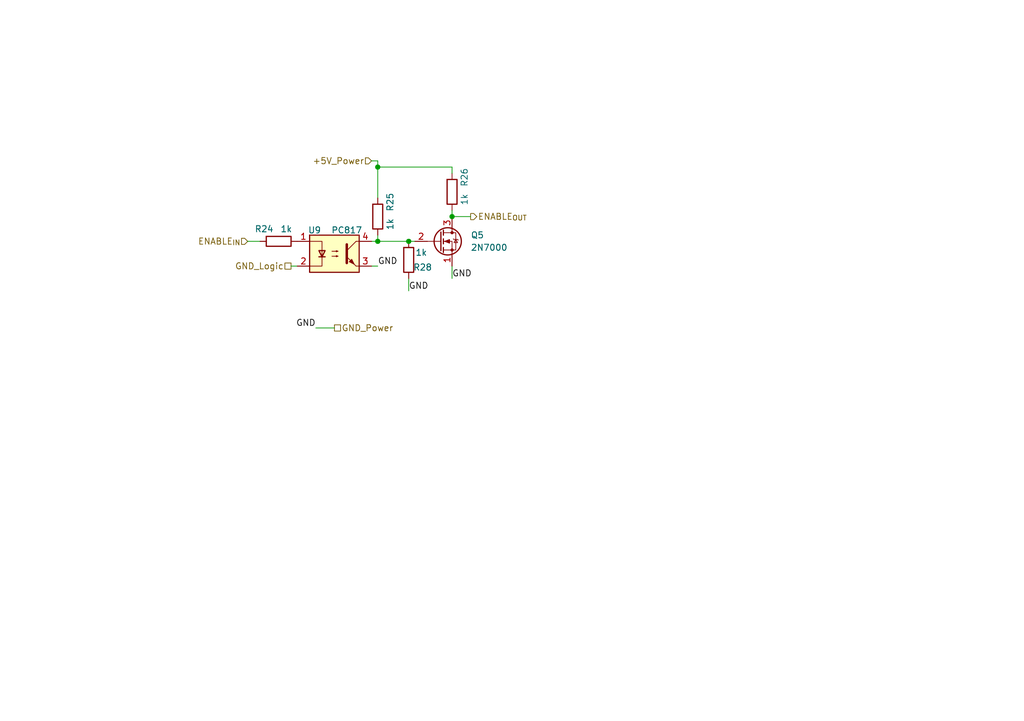
<source format=kicad_sch>
(kicad_sch (version 20231120) (generator "eeschema") (generator_version "8.0")
  (paper "A5")
  (title_block (title "RTC") (date "2024-08-29") (rev "1.0") (company "Designed by CREPP-NLG"))
  (lib_symbols
    (symbol "Device:R" (pin_numbers hide) (pin_names (offset 0))
      (property "Reference" "R" (at 2.032 0 90))
      (property "Value" "R" (at 0 0 90))
      (symbol "R_0_1"
        (rectangle (start -1.016 -2.54) (end 1.016 2.54) (stroke (width 0.254)))
      )
      (symbol "R_1_1"
        (pin passive line (at 0 3.81 270) (length 1.27) (name "~") (number "1"))
        (pin passive line (at 0 -3.81 90) (length 1.27) (name "~") (number "2"))
      )
    )
    (symbol "Isolator:PC817" (pin_names (offset 1.016))
      (property "Reference" "U" (at -5.08 5.08 0))
      (property "Value" "PC817" (at 0 5.08 0))
      (symbol "PC817_0_1"
        (rectangle (start -5.08 3.81) (end 5.08 -3.81) (stroke (width 0.254)) (fill (type background)))
        (polyline (pts (xy -3.175 -0.635) (xy -1.905 -0.635)) (stroke (width 0.254)))
        (polyline (pts (xy 2.54 0.635) (xy 4.445 2.54)))
        (polyline (pts (xy 4.445 -2.54) (xy 2.54 -0.635)) (fill (type outline)))
        (polyline (pts (xy 4.445 -2.54) (xy 5.08 -2.54)))
        (polyline (pts (xy 4.445 2.54) (xy 5.08 2.54)))
        (polyline (pts (xy -5.08 2.54) (xy -2.54 2.54) (xy -2.54 -0.635)))
        (polyline (pts (xy -2.54 -0.635) (xy -2.54 -2.54) (xy -5.08 -2.54)))
        (polyline (pts (xy 2.54 1.905) (xy 2.54 -1.905) (xy 2.54 -1.905)) (stroke (width 0.508)))
        (polyline (pts (xy -2.54 -0.635) (xy -3.175 0.635) (xy -1.905 0.635) (xy -2.54 -0.635)) (stroke (width 0.254)))
        (polyline (pts (xy -0.508 -0.508) (xy 0.762 -0.508) (xy 0.381 -0.635) (xy 0.381 -0.381) (xy 0.762 -0.508)))
        (polyline (pts (xy -0.508 0.508) (xy 0.762 0.508) (xy 0.381 0.381) (xy 0.381 0.635) (xy 0.762 0.508)))
        (polyline (pts (xy 3.048 -1.651) (xy 3.556 -1.143) (xy 4.064 -2.159) (xy 3.048 -1.651) (xy 3.048 -1.651)) (fill (type outline)))
      )
      (symbol "PC817_1_1"
        (pin passive line (at -7.62 2.54 0) (length 2.54) (name "~") (number "1"))
        (pin passive line (at -7.62 -2.54 0) (length 2.54) (name "~") (number "2"))
        (pin passive line (at 7.62 -2.54 180) (length 2.54) (name "~") (number "3"))
        (pin passive line (at 7.62 2.54 180) (length 2.54) (name "~") (number "4"))
      )
    )
    (symbol "Transistor_FET:2N7000" (pin_names hide)
      (property "Reference" "Q" (at 5.08 1.905 0))
      (property "Value" "2N7000" (at 5.08 0 0))
      (symbol "2N7000_0_1"
        (polyline (pts (xy 0.254 0) (xy -2.54 0)))
        (polyline (pts (xy 0.254 1.905) (xy 0.254 -1.905)) (stroke (width 0.254)))
        (polyline (pts (xy 0.762 -1.27) (xy 0.762 -2.286)) (stroke (width 0.254)))
        (polyline (pts (xy 0.762 0.508) (xy 0.762 -0.508)) (stroke (width 0.254)))
        (polyline (pts (xy 0.762 2.286) (xy 0.762 1.27)) (stroke (width 0.254)))
        (polyline (pts (xy 2.54 2.54) (xy 2.54 1.778)))
        (polyline (pts (xy 2.54 -2.54) (xy 2.54 0) (xy 0.762 0)))
        (polyline (pts (xy 0.762 -1.778) (xy 3.302 -1.778) (xy 3.302 1.778) (xy 0.762 1.778)))
        (polyline (pts (xy 1.016 0) (xy 2.032 0.381) (xy 2.032 -0.381) (xy 1.016 0)) (fill (type outline)))
        (polyline (pts (xy 2.794 0.508) (xy 2.921 0.381) (xy 3.683 0.381) (xy 3.81 0.254)))
        (polyline (pts (xy 3.302 0.381) (xy 2.921 -0.254) (xy 3.683 -0.254) (xy 3.302 0.381)))
        (circle (center 1.651 0) (radius 2.794) (stroke (width 0.254)))
        (circle (center 2.54 -1.778) (radius 0.254) (fill (type outline)))
        (circle (center 2.54 1.778) (radius 0.254) (fill (type outline)))
      )
      (symbol "2N7000_1_1"
        (pin passive line (at 2.54 -5.08 90) (length 2.54) (name "S") (number "1"))
        (pin input line (at -5.08 0 0) (length 2.54) (name "G") (number "2"))
        (pin passive line (at 2.54 5.08 270) (length 2.54) (name "D") (number "3"))
      )
    )
  )
  (junction (at 77.47 49.53))
  (junction (at 92.71 44.45))
  (junction (at 83.82 49.53))
  (junction (at 77.47 34.29))
  (wire (pts (xy 77.47 33.02) (xy 76.2 33.02)))
  (wire (pts (xy 77.47 34.29) (xy 77.47 40.64)))
  (wire (pts (xy 92.71 54.61) (xy 92.71 57.15)))
  (wire (pts (xy 92.71 35.56) (xy 92.71 34.29)))
  (wire (pts (xy 77.47 34.29) (xy 92.71 34.29)))
  (wire (pts (xy 83.82 49.53) (xy 85.09 49.53)))
  (wire (pts (xy 77.47 48.26) (xy 77.47 49.53)))
  (wire (pts (xy 77.47 49.53) (xy 83.82 49.53)))
  (wire (pts (xy 83.82 57.15) (xy 83.82 59.69)))
  (wire (pts (xy 76.2 54.61) (xy 77.47 54.61)))
  (wire (pts (xy 77.47 33.02) (xy 77.47 34.29)))
  (wire (pts (xy 92.71 43.18) (xy 92.71 44.45)))
  (wire (pts (xy 50.8 49.53) (xy 53.34 49.53)))
  (wire (pts (xy 92.71 44.45) (xy 96.52 44.45)))
  (wire (pts (xy 64.77 67.31) (xy 68.58 67.31)))
  (wire (pts (xy 59.69 54.61) (xy 60.96 54.61)))
  (wire (pts (xy 77.47 49.53) (xy 76.2 49.53)))
  (label "GND" (at 64.77 67.31 180))
  (label "GND" (at 92.71 57.15 0))
  (label "GND" (at 77.47 54.61 0))
  (label "GND" (at 83.82 59.69 0))
  (hierarchical_label "+5V_Power" (shape input) (at 76.2 33.02 180))
  (hierarchical_label "GND_Logic" (shape passive) (at 59.69 54.61 180))
  (hierarchical_label "ENABLE_{IN}" (shape input) (at 50.8 49.53 180))
  (hierarchical_label "ENABLE_{OUT}" (shape output) (at 96.52 44.45 0))
  (hierarchical_label "GND_Power" (shape passive) (at 68.58 67.31 0))
  (symbol (lib_id "Device:R") (at 57.15 49.53 270) (unit 1)
    (property "Reference" "R24" (at 56.134 46.99 90) (effects (justify right)))
    (property "Value" "1k" (at 59.944 46.99 90) (effects (justify right)))
    (property "Footprint" "Resistor_THT:R_Axial_DIN0207_L6.3mm_D2.5mm_P10.16mm_Horizontal" (effects (hide yes)))
    (property "Description" "Resistor" (effects (hide yes)))
    (instances (project "CREPP.io" (path "" (reference "R24") (unit 1)) (path "" (reference "R29") (unit 1))))
  )
  (symbol (lib_id "Isolator:PC817") (at 68.58 52.07 0) (unit 1)
    (property "Reference" "U9" (at 64.516 47.244 0))
    (property "Value" "PC817" (at 71.12 47.244 0))
    (property "Footprint" "Package_DIP:DIP-4_W7.62mm" (effects (hide yes)))
    (property "Datasheet" "http://www.soselectronic.cz/a_info/resource/d/pc817.pdf" (effects (hide yes)))
    (property "Description" "DC Optocoupler, Vce 35V, CTR 50-300%, DIP-4" (effects (hide yes)))
    (instances (project "CREPP.io" (path "" (reference "U9") (unit 1)) (path "" (reference "U10") (unit 1))))
  )
  (symbol (lib_id "Transistor_FET:2N7000") (at 90.17 49.53 0) (unit 1)
    (property "Reference" "Q5" (at 96.52 48.2599 0) (effects (justify left)))
    (property "Value" "2N7000" (at 96.52 50.7999 0) (effects (justify left)))
    (property "Footprint" "Package_TO_SOT_THT:TO-92_Inline" (effects (hide yes)))
    (property "Datasheet" "https://www.vishay.com/docs/70226/70226.pdf" (effects (hide yes)))
    (property "Description" "0.2A Id, 200V Vds, N-Channel MOSFET, 2.6V Logic Level, TO-92" (effects (hide yes)))
    (instances (project "CREPP.io" (path "" (reference "Q5") (unit 1)) (path "" (reference "Q6") (unit 1))))
  )
  (symbol (lib_id "Device:R") (at 83.82 53.34 0) (unit 1)
    (property "Reference" "R28" (at 88.646 54.864 0) (effects (justify right)))
    (property "Value" "1k" (at 87.63 51.816 0) (effects (justify right)))
    (property "Footprint" "Resistor_THT:R_Axial_DIN0207_L6.3mm_D2.5mm_P10.16mm_Horizontal" (effects (hide yes)))
    (property "Description" "Resistor" (effects (hide yes)))
    (instances (project "CREPP.io" (path "" (reference "R28") (unit 1)) (path "" (reference "R31") (unit 1))))
  )
  (symbol (lib_id "Device:R") (at 92.71 39.37 180) (unit 1)
    (property "Reference" "R26" (at 95.25 38.354 90) (effects (justify right)))
    (property "Value" "1k" (at 95.25 42.164 90) (effects (justify right)))
    (property "Footprint" "Resistor_THT:R_Axial_DIN0207_L6.3mm_D2.5mm_P10.16mm_Horizontal" (effects (hide yes)))
    (property "Description" "Resistor" (effects (hide yes)))
    (instances (project "CREPP.io" (path "" (reference "R26") (unit 1)) (path "" (reference "R32") (unit 1))))
  )
  (symbol (lib_id "Device:R") (at 77.47 44.45 180) (unit 1)
    (property "Reference" "R25" (at 80.01 43.434 90) (effects (justify right)))
    (property "Value" "1k" (at 80.01 47.244 90) (effects (justify right)))
    (property "Footprint" "Resistor_THT:R_Axial_DIN0207_L6.3mm_D2.5mm_P10.16mm_Horizontal" (effects (hide yes)))
    (property "Description" "Resistor" (effects (hide yes)))
    (instances (project "CREPP.io" (path "" (reference "R25") (unit 1)) (path "" (reference "R30") (unit 1))))
  )
)
</source>
